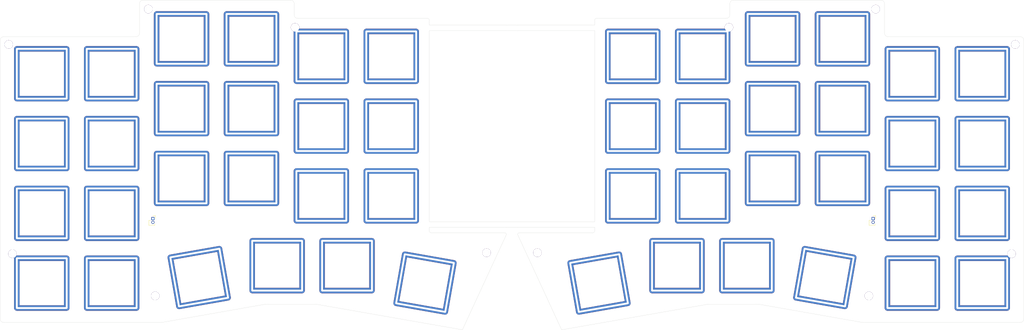
<source format=kicad_pcb>
(kicad_pcb (version 20171130) (host pcbnew "(5.1.7)-1")

  (general
    (thickness 1.6)
    (drawings 60)
    (tracks 0)
    (zones 0)
    (modules 62)
    (nets 1)
  )

  (page A3)
  (layers
    (0 F.Cu signal)
    (31 B.Cu signal)
    (32 B.Adhes user)
    (33 F.Adhes user)
    (34 B.Paste user)
    (35 F.Paste user)
    (36 B.SilkS user)
    (37 F.SilkS user)
    (38 B.Mask user)
    (39 F.Mask user)
    (40 Dwgs.User user)
    (41 Cmts.User user)
    (42 Eco1.User user)
    (43 Eco2.User user)
    (44 Edge.Cuts user)
    (45 Margin user)
    (46 B.CrtYd user)
    (47 F.CrtYd user)
    (48 B.Fab user)
    (49 F.Fab user)
  )

  (setup
    (last_trace_width 0.254)
    (user_trace_width 0.254)
    (user_trace_width 0.381)
    (trace_clearance 0.1778)
    (zone_clearance 0.35)
    (zone_45_only no)
    (trace_min 0)
    (via_size 0.8)
    (via_drill 0.4)
    (via_min_size 0.4)
    (via_min_drill 0.3)
    (uvia_size 0.3)
    (uvia_drill 0.1)
    (uvias_allowed no)
    (uvia_min_size 0.2)
    (uvia_min_drill 0.1)
    (edge_width 0.05)
    (segment_width 0.2)
    (pcb_text_width 0.3)
    (pcb_text_size 1.5 1.5)
    (mod_edge_width 0.12)
    (mod_text_size 1 1)
    (mod_text_width 0.15)
    (pad_size 0.889 1.1684)
    (pad_drill 0)
    (pad_to_mask_clearance 0.051)
    (solder_mask_min_width 0.25)
    (aux_axis_origin 95.2 95.2)
    (visible_elements 7FFFFFFF)
    (pcbplotparams
      (layerselection 0x01000_7ffffffe)
      (usegerberextensions false)
      (usegerberattributes false)
      (usegerberadvancedattributes false)
      (creategerberjobfile false)
      (excludeedgelayer true)
      (linewidth 0.100000)
      (plotframeref false)
      (viasonmask false)
      (mode 1)
      (useauxorigin false)
      (hpglpennumber 1)
      (hpglpenspeed 20)
      (hpglpendiameter 15.000000)
      (psnegative false)
      (psa4output false)
      (plotreference true)
      (plotvalue true)
      (plotinvisibletext false)
      (padsonsilk false)
      (subtractmaskfromsilk false)
      (outputformat 3)
      (mirror false)
      (drillshape 0)
      (scaleselection 1)
      (outputdirectory "./"))
  )

  (net 0 "")

  (net_class Default "これはデフォルトのネット クラスです。"
    (clearance 0.1778)
    (trace_width 0.254)
    (via_dia 0.8)
    (via_drill 0.4)
    (uvia_dia 0.3)
    (uvia_drill 0.1)
  )

  (net_class Power ""
    (clearance 0.1778)
    (trace_width 0.381)
    (via_dia 0.8)
    (via_drill 0.4)
    (uvia_dia 0.3)
    (uvia_drill 0.1)
  )

  (module Connector_PinSocket_1.00mm:PinSocket_1x02_P1.00mm_Vertical (layer F.Cu) (tedit 5A19A428) (tstamp 6091F57A)
    (at 337.95 152.15)
    (descr "Through hole straight socket strip, 1x02, 1.00mm pitch, single row (https://gct.co/files/drawings/bc065.pdf), script generated")
    (tags "Through hole socket strip THT 1x02 1.00mm single row")
    (fp_text reference "" (at -0.29 -2.25) (layer F.SilkS)
      (effects (font (size 1 1) (thickness 0.15)))
    )
    (fp_text value "" (at -0.29 3.25) (layer F.Fab)
      (effects (font (size 1 1) (thickness 0.15)))
    )
    (fp_line (start -1.04 -0.75) (end 0.085 -0.75) (layer F.Fab) (width 0.1))
    (fp_line (start 0.085 -0.75) (end 0.46 -0.375) (layer F.Fab) (width 0.1))
    (fp_line (start 0.46 -0.375) (end 0.46 1.75) (layer F.Fab) (width 0.1))
    (fp_line (start 0.46 1.75) (end -1.04 1.75) (layer F.Fab) (width 0.1))
    (fp_line (start -1.04 1.75) (end -1.04 -0.75) (layer F.Fab) (width 0.1))
    (fp_line (start -1.1 0.5) (end -0.685 0.5) (layer F.SilkS) (width 0.12))
    (fp_line (start -1.1 0.5) (end -1.1 1.81) (layer F.SilkS) (width 0.12))
    (fp_line (start -1.1 1.81) (end 0.52 1.81) (layer F.SilkS) (width 0.12))
    (fp_line (start 0.52 1.445898) (end 0.52 1.81) (layer F.SilkS) (width 0.12))
    (fp_line (start 0.685 -0.81) (end 0.685 0) (layer F.SilkS) (width 0.12))
    (fp_line (start 0 -0.81) (end 0.685 -0.81) (layer F.SilkS) (width 0.12))
    (fp_line (start -1.54 -1.25) (end 0.96 -1.25) (layer F.CrtYd) (width 0.05))
    (fp_line (start 0.96 -1.25) (end 0.96 2.25) (layer F.CrtYd) (width 0.05))
    (fp_line (start 0.96 2.25) (end -1.54 2.25) (layer F.CrtYd) (width 0.05))
    (fp_line (start -1.54 2.25) (end -1.54 -1.25) (layer F.CrtYd) (width 0.05))
    (fp_text user %R (at -0.29 0.5 90) (layer F.Fab)
      (effects (font (size 0.9 0.9) (thickness 0.14)))
    )
    (pad 1 thru_hole rect (at 0 0) (size 0.85 0.85) (drill 0.5) (layers *.Cu *.Mask))
    (pad 2 thru_hole oval (at 0 1) (size 0.85 0.85) (drill 0.5) (layers *.Cu *.Mask))
  )

  (module Connector_PinSocket_1.00mm:PinSocket_1x02_P1.00mm_Vertical (layer F.Cu) (tedit 5A19A428) (tstamp 6091F578)
    (at 141.65 152.15)
    (descr "Through hole straight socket strip, 1x02, 1.00mm pitch, single row (https://gct.co/files/drawings/bc065.pdf), script generated")
    (tags "Through hole socket strip THT 1x02 1.00mm single row")
    (fp_text reference "" (at -0.29 -2.25) (layer F.SilkS)
      (effects (font (size 1 1) (thickness 0.15)))
    )
    (fp_text value "" (at -0.29 3.25) (layer F.Fab)
      (effects (font (size 1 1) (thickness 0.15)))
    )
    (fp_line (start -1.54 2.25) (end -1.54 -1.25) (layer F.CrtYd) (width 0.05))
    (fp_line (start 0.96 2.25) (end -1.54 2.25) (layer F.CrtYd) (width 0.05))
    (fp_line (start 0.96 -1.25) (end 0.96 2.25) (layer F.CrtYd) (width 0.05))
    (fp_line (start -1.54 -1.25) (end 0.96 -1.25) (layer F.CrtYd) (width 0.05))
    (fp_line (start 0 -0.81) (end 0.685 -0.81) (layer F.SilkS) (width 0.12))
    (fp_line (start 0.685 -0.81) (end 0.685 0) (layer F.SilkS) (width 0.12))
    (fp_line (start 0.52 1.445898) (end 0.52 1.81) (layer F.SilkS) (width 0.12))
    (fp_line (start -1.1 1.81) (end 0.52 1.81) (layer F.SilkS) (width 0.12))
    (fp_line (start -1.1 0.5) (end -1.1 1.81) (layer F.SilkS) (width 0.12))
    (fp_line (start -1.1 0.5) (end -0.685 0.5) (layer F.SilkS) (width 0.12))
    (fp_line (start -1.04 1.75) (end -1.04 -0.75) (layer F.Fab) (width 0.1))
    (fp_line (start 0.46 1.75) (end -1.04 1.75) (layer F.Fab) (width 0.1))
    (fp_line (start 0.46 -0.375) (end 0.46 1.75) (layer F.Fab) (width 0.1))
    (fp_line (start 0.085 -0.75) (end 0.46 -0.375) (layer F.Fab) (width 0.1))
    (fp_line (start -1.04 -0.75) (end 0.085 -0.75) (layer F.Fab) (width 0.1))
    (fp_text user %R (at -0.29 0.5 90) (layer F.Fab)
      (effects (font (size 0.9 0.9) (thickness 0.14)))
    )
    (pad 2 thru_hole oval (at 0 1) (size 0.85 0.85) (drill 0.5) (layers *.Cu *.Mask))
    (pad 1 thru_hole rect (at 0 0) (size 0.85 0.85) (drill 0.5) (layers *.Cu *.Mask))
  )

  (module kbd:SW_Hole_TH (layer F.Cu) (tedit 5DC1A8B7) (tstamp 6091DC73)
    (at 263.24 169.7475 190)
    (fp_text reference SW2 (at 7 8.1 10) (layer F.SilkS) hide
      (effects (font (size 1 1) (thickness 0.15)))
    )
    (fp_text value KEY_SWITCH (at -7.4 -8.1 10) (layer F.Fab) hide
      (effects (font (size 1 1) (thickness 0.15)))
    )
    (fp_line (start 9.525 -9.525) (end -9.525 -9.525) (layer F.Fab) (width 0.15))
    (fp_line (start -9.525 -9.525) (end -9.525 9.525) (layer F.Fab) (width 0.15))
    (fp_line (start -9.525 9.525) (end 9.525 9.525) (layer F.Fab) (width 0.15))
    (fp_line (start 9.525 9.525) (end 9.525 -9.525) (layer F.Fab) (width 0.15))
    (pad 1 thru_hole oval (at 0 -6.8 280) (size 1.5 15) (drill oval 0.5 14) (layers *.Cu *.Mask))
    (pad 1 thru_hole oval (at 0 6.8 280) (size 1.5 15) (drill oval 0.5 14) (layers *.Cu *.Mask))
    (pad 1 thru_hole oval (at -6.8 0 190) (size 1.5 15) (drill oval 0.5 14) (layers *.Cu *.Mask))
    (pad 1 thru_hole oval (at 6.8 0 190) (size 1.5 15) (drill oval 0.5 14) (layers *.Cu *.Mask))
  )

  (module kbd:SW_Hole_TH (layer F.Cu) (tedit 5DC1A8B7) (tstamp 6091DC68)
    (at 284.49 164.9975 180)
    (fp_text reference SW2 (at 7 8.1) (layer F.SilkS) hide
      (effects (font (size 1 1) (thickness 0.15)))
    )
    (fp_text value KEY_SWITCH (at -7.4 -8.1) (layer F.Fab) hide
      (effects (font (size 1 1) (thickness 0.15)))
    )
    (fp_line (start 9.525 9.525) (end 9.525 -9.525) (layer F.Fab) (width 0.15))
    (fp_line (start -9.525 9.525) (end 9.525 9.525) (layer F.Fab) (width 0.15))
    (fp_line (start -9.525 -9.525) (end -9.525 9.525) (layer F.Fab) (width 0.15))
    (fp_line (start 9.525 -9.525) (end -9.525 -9.525) (layer F.Fab) (width 0.15))
    (pad 1 thru_hole oval (at 6.8 0 180) (size 1.5 15) (drill oval 0.5 14) (layers *.Cu *.Mask))
    (pad 1 thru_hole oval (at -6.8 0 180) (size 1.5 15) (drill oval 0.5 14) (layers *.Cu *.Mask))
    (pad 1 thru_hole oval (at 0 6.8 270) (size 1.5 15) (drill oval 0.5 14) (layers *.Cu *.Mask))
    (pad 1 thru_hole oval (at 0 -6.8 270) (size 1.5 15) (drill oval 0.5 14) (layers *.Cu *.Mask))
  )

  (module kbd:SW_Hole_TH (layer B.Cu) (tedit 5DC1A8B7) (tstamp 6091DC5D)
    (at 303.54 164.9975 180)
    (fp_text reference SW2 (at 7 -8.1) (layer B.SilkS) hide
      (effects (font (size 1 1) (thickness 0.15)) (justify mirror))
    )
    (fp_text value KEY_SWITCH (at -7.4 8.1) (layer B.Fab) hide
      (effects (font (size 1 1) (thickness 0.15)) (justify mirror))
    )
    (fp_line (start 9.525 -9.525) (end 9.525 9.525) (layer B.Fab) (width 0.15))
    (fp_line (start -9.525 -9.525) (end 9.525 -9.525) (layer B.Fab) (width 0.15))
    (fp_line (start -9.525 9.525) (end -9.525 -9.525) (layer B.Fab) (width 0.15))
    (fp_line (start 9.525 9.525) (end -9.525 9.525) (layer B.Fab) (width 0.15))
    (pad 1 thru_hole oval (at 6.8 0 180) (size 1.5 15) (drill oval 0.5 14) (layers *.Cu *.Mask))
    (pad 1 thru_hole oval (at -6.8 0 180) (size 1.5 15) (drill oval 0.5 14) (layers *.Cu *.Mask))
    (pad 1 thru_hole oval (at 0 -6.8 90) (size 1.5 15) (drill oval 0.5 14) (layers *.Cu *.Mask))
    (pad 1 thru_hole oval (at 0 6.8 90) (size 1.5 15) (drill oval 0.5 14) (layers *.Cu *.Mask))
  )

  (module kbd:SW_Hole_TH (layer F.Cu) (tedit 5DC1A8B7) (tstamp 6091DC52)
    (at 324.78 168.2375 170)
    (fp_text reference SW2 (at 7 8.100002 170) (layer F.SilkS) hide
      (effects (font (size 1 1) (thickness 0.15)))
    )
    (fp_text value KEY_SWITCH (at -7.4 -8.1 170) (layer F.Fab) hide
      (effects (font (size 1 1) (thickness 0.15)))
    )
    (fp_line (start 9.525 -9.525) (end -9.525 -9.525) (layer F.Fab) (width 0.15))
    (fp_line (start -9.525 -9.525) (end -9.525 9.525) (layer F.Fab) (width 0.15))
    (fp_line (start -9.525 9.525) (end 9.525 9.525) (layer F.Fab) (width 0.15))
    (fp_line (start 9.525 9.525) (end 9.525 -9.525) (layer F.Fab) (width 0.15))
    (pad 1 thru_hole oval (at 0 -6.8 260) (size 1.5 15) (drill oval 0.5 14) (layers *.Cu *.Mask))
    (pad 1 thru_hole oval (at 0 6.8 260) (size 1.5 15) (drill oval 0.5 14) (layers *.Cu *.Mask))
    (pad 1 thru_hole oval (at -6.8 0 170) (size 1.5 15) (drill oval 0.5 14) (layers *.Cu *.Mask))
    (pad 1 thru_hole oval (at 6.8 0 170) (size 1.5 15) (drill oval 0.5 14) (layers *.Cu *.Mask))
  )

  (module kbd:SW_Hole_TH (layer F.Cu) (tedit 5DC1A8B7) (tstamp 6091DC47)
    (at 272.44 126.8975 180)
    (fp_text reference SW2 (at 7 8.1) (layer F.SilkS) hide
      (effects (font (size 1 1) (thickness 0.15)))
    )
    (fp_text value KEY_SWITCH (at -7.4 -8.1) (layer F.Fab) hide
      (effects (font (size 1 1) (thickness 0.15)))
    )
    (fp_line (start 9.525 9.525) (end 9.525 -9.525) (layer F.Fab) (width 0.15))
    (fp_line (start -9.525 9.525) (end 9.525 9.525) (layer F.Fab) (width 0.15))
    (fp_line (start -9.525 -9.525) (end -9.525 9.525) (layer F.Fab) (width 0.15))
    (fp_line (start 9.525 -9.525) (end -9.525 -9.525) (layer F.Fab) (width 0.15))
    (pad 1 thru_hole oval (at 6.8 0 180) (size 1.5 15) (drill oval 0.5 14) (layers *.Cu *.Mask))
    (pad 1 thru_hole oval (at -6.8 0 180) (size 1.5 15) (drill oval 0.5 14) (layers *.Cu *.Mask))
    (pad 1 thru_hole oval (at 0 6.8 270) (size 1.5 15) (drill oval 0.5 14) (layers *.Cu *.Mask))
    (pad 1 thru_hole oval (at 0 -6.8 270) (size 1.5 15) (drill oval 0.5 14) (layers *.Cu *.Mask))
  )

  (module kbd:SW_Hole_TH (layer F.Cu) (tedit 5DC1A8B7) (tstamp 6091DC3C)
    (at 272.44 145.9475 180)
    (fp_text reference SW2 (at 7 8.1) (layer F.SilkS) hide
      (effects (font (size 1 1) (thickness 0.15)))
    )
    (fp_text value KEY_SWITCH (at -7.4 -8.1) (layer F.Fab) hide
      (effects (font (size 1 1) (thickness 0.15)))
    )
    (fp_line (start 9.525 -9.525) (end -9.525 -9.525) (layer F.Fab) (width 0.15))
    (fp_line (start -9.525 -9.525) (end -9.525 9.525) (layer F.Fab) (width 0.15))
    (fp_line (start -9.525 9.525) (end 9.525 9.525) (layer F.Fab) (width 0.15))
    (fp_line (start 9.525 9.525) (end 9.525 -9.525) (layer F.Fab) (width 0.15))
    (pad 1 thru_hole oval (at 0 -6.8 270) (size 1.5 15) (drill oval 0.5 14) (layers *.Cu *.Mask))
    (pad 1 thru_hole oval (at 0 6.8 270) (size 1.5 15) (drill oval 0.5 14) (layers *.Cu *.Mask))
    (pad 1 thru_hole oval (at -6.8 0 180) (size 1.5 15) (drill oval 0.5 14) (layers *.Cu *.Mask))
    (pad 1 thru_hole oval (at 6.8 0 180) (size 1.5 15) (drill oval 0.5 14) (layers *.Cu *.Mask))
  )

  (module kbd:SW_Hole_TH (layer F.Cu) (tedit 5DC1A8B7) (tstamp 6091DC31)
    (at 291.49 107.8475 180)
    (fp_text reference SW2 (at 7 8.1) (layer F.SilkS) hide
      (effects (font (size 1 1) (thickness 0.15)))
    )
    (fp_text value KEY_SWITCH (at -7.4 -8.1) (layer F.Fab) hide
      (effects (font (size 1 1) (thickness 0.15)))
    )
    (fp_line (start 9.525 9.525) (end 9.525 -9.525) (layer F.Fab) (width 0.15))
    (fp_line (start -9.525 9.525) (end 9.525 9.525) (layer F.Fab) (width 0.15))
    (fp_line (start -9.525 -9.525) (end -9.525 9.525) (layer F.Fab) (width 0.15))
    (fp_line (start 9.525 -9.525) (end -9.525 -9.525) (layer F.Fab) (width 0.15))
    (pad 1 thru_hole oval (at 6.8 0 180) (size 1.5 15) (drill oval 0.5 14) (layers *.Cu *.Mask))
    (pad 1 thru_hole oval (at -6.8 0 180) (size 1.5 15) (drill oval 0.5 14) (layers *.Cu *.Mask))
    (pad 1 thru_hole oval (at 0 6.8 270) (size 1.5 15) (drill oval 0.5 14) (layers *.Cu *.Mask))
    (pad 1 thru_hole oval (at 0 -6.8 270) (size 1.5 15) (drill oval 0.5 14) (layers *.Cu *.Mask))
  )

  (module kbd:SW_Hole_TH (layer F.Cu) (tedit 5DC1A8B7) (tstamp 6091DC26)
    (at 291.49 145.9475 180)
    (fp_text reference SW2 (at 7 8.1) (layer F.SilkS) hide
      (effects (font (size 1 1) (thickness 0.15)))
    )
    (fp_text value KEY_SWITCH (at -7.4 -8.1) (layer F.Fab) hide
      (effects (font (size 1 1) (thickness 0.15)))
    )
    (fp_line (start 9.525 -9.525) (end -9.525 -9.525) (layer F.Fab) (width 0.15))
    (fp_line (start -9.525 -9.525) (end -9.525 9.525) (layer F.Fab) (width 0.15))
    (fp_line (start -9.525 9.525) (end 9.525 9.525) (layer F.Fab) (width 0.15))
    (fp_line (start 9.525 9.525) (end 9.525 -9.525) (layer F.Fab) (width 0.15))
    (pad 1 thru_hole oval (at 0 -6.8 270) (size 1.5 15) (drill oval 0.5 14) (layers *.Cu *.Mask))
    (pad 1 thru_hole oval (at 0 6.8 270) (size 1.5 15) (drill oval 0.5 14) (layers *.Cu *.Mask))
    (pad 1 thru_hole oval (at -6.8 0 180) (size 1.5 15) (drill oval 0.5 14) (layers *.Cu *.Mask))
    (pad 1 thru_hole oval (at 6.8 0 180) (size 1.5 15) (drill oval 0.5 14) (layers *.Cu *.Mask))
  )

  (module kbd:SW_Hole_TH (layer F.Cu) (tedit 5DC1A8B7) (tstamp 6091DC1B)
    (at 272.44 107.8475 180)
    (fp_text reference SW2 (at 7 8.1) (layer F.SilkS) hide
      (effects (font (size 1 1) (thickness 0.15)))
    )
    (fp_text value KEY_SWITCH (at -7.4 -8.1) (layer F.Fab) hide
      (effects (font (size 1 1) (thickness 0.15)))
    )
    (fp_line (start 9.525 9.525) (end 9.525 -9.525) (layer F.Fab) (width 0.15))
    (fp_line (start -9.525 9.525) (end 9.525 9.525) (layer F.Fab) (width 0.15))
    (fp_line (start -9.525 -9.525) (end -9.525 9.525) (layer F.Fab) (width 0.15))
    (fp_line (start 9.525 -9.525) (end -9.525 -9.525) (layer F.Fab) (width 0.15))
    (pad 1 thru_hole oval (at 6.8 0 180) (size 1.5 15) (drill oval 0.5 14) (layers *.Cu *.Mask))
    (pad 1 thru_hole oval (at -6.8 0 180) (size 1.5 15) (drill oval 0.5 14) (layers *.Cu *.Mask))
    (pad 1 thru_hole oval (at 0 6.8 270) (size 1.5 15) (drill oval 0.5 14) (layers *.Cu *.Mask))
    (pad 1 thru_hole oval (at 0 -6.8 270) (size 1.5 15) (drill oval 0.5 14) (layers *.Cu *.Mask))
  )

  (module kbd:SW_Hole_TH (layer F.Cu) (tedit 5DC1A8B7) (tstamp 6091DC10)
    (at 291.49 126.8975 180)
    (fp_text reference SW2 (at 7 8.1) (layer F.SilkS) hide
      (effects (font (size 1 1) (thickness 0.15)))
    )
    (fp_text value KEY_SWITCH (at -7.4 -8.1) (layer F.Fab) hide
      (effects (font (size 1 1) (thickness 0.15)))
    )
    (fp_line (start 9.525 -9.525) (end -9.525 -9.525) (layer F.Fab) (width 0.15))
    (fp_line (start -9.525 -9.525) (end -9.525 9.525) (layer F.Fab) (width 0.15))
    (fp_line (start -9.525 9.525) (end 9.525 9.525) (layer F.Fab) (width 0.15))
    (fp_line (start 9.525 9.525) (end 9.525 -9.525) (layer F.Fab) (width 0.15))
    (pad 1 thru_hole oval (at 0 -6.8 270) (size 1.5 15) (drill oval 0.5 14) (layers *.Cu *.Mask))
    (pad 1 thru_hole oval (at 0 6.8 270) (size 1.5 15) (drill oval 0.5 14) (layers *.Cu *.Mask))
    (pad 1 thru_hole oval (at -6.8 0 180) (size 1.5 15) (drill oval 0.5 14) (layers *.Cu *.Mask))
    (pad 1 thru_hole oval (at 6.8 0 180) (size 1.5 15) (drill oval 0.5 14) (layers *.Cu *.Mask))
  )

  (module kbd:SW_Hole_TH (layer F.Cu) (tedit 5DC1A8B7) (tstamp 6091DC05)
    (at 310.54 122.135 180)
    (fp_text reference SW2 (at 7 8.1) (layer F.SilkS) hide
      (effects (font (size 1 1) (thickness 0.15)))
    )
    (fp_text value KEY_SWITCH (at -7.4 -8.1) (layer F.Fab) hide
      (effects (font (size 1 1) (thickness 0.15)))
    )
    (fp_line (start 9.525 -9.525) (end -9.525 -9.525) (layer F.Fab) (width 0.15))
    (fp_line (start -9.525 -9.525) (end -9.525 9.525) (layer F.Fab) (width 0.15))
    (fp_line (start -9.525 9.525) (end 9.525 9.525) (layer F.Fab) (width 0.15))
    (fp_line (start 9.525 9.525) (end 9.525 -9.525) (layer F.Fab) (width 0.15))
    (pad 1 thru_hole oval (at 0 -6.8 270) (size 1.5 15) (drill oval 0.5 14) (layers *.Cu *.Mask))
    (pad 1 thru_hole oval (at 0 6.8 270) (size 1.5 15) (drill oval 0.5 14) (layers *.Cu *.Mask))
    (pad 1 thru_hole oval (at -6.8 0 180) (size 1.5 15) (drill oval 0.5 14) (layers *.Cu *.Mask))
    (pad 1 thru_hole oval (at 6.8 0 180) (size 1.5 15) (drill oval 0.5 14) (layers *.Cu *.Mask))
  )

  (module kbd:SW_Hole_TH (layer F.Cu) (tedit 5DC1A8B7) (tstamp 6091DBFA)
    (at 310.54 141.185 180)
    (fp_text reference SW2 (at 7 8.1) (layer F.SilkS) hide
      (effects (font (size 1 1) (thickness 0.15)))
    )
    (fp_text value KEY_SWITCH (at -7.4 -8.1) (layer F.Fab) hide
      (effects (font (size 1 1) (thickness 0.15)))
    )
    (fp_line (start 9.525 9.525) (end 9.525 -9.525) (layer F.Fab) (width 0.15))
    (fp_line (start -9.525 9.525) (end 9.525 9.525) (layer F.Fab) (width 0.15))
    (fp_line (start -9.525 -9.525) (end -9.525 9.525) (layer F.Fab) (width 0.15))
    (fp_line (start 9.525 -9.525) (end -9.525 -9.525) (layer F.Fab) (width 0.15))
    (pad 1 thru_hole oval (at 6.8 0 180) (size 1.5 15) (drill oval 0.5 14) (layers *.Cu *.Mask))
    (pad 1 thru_hole oval (at -6.8 0 180) (size 1.5 15) (drill oval 0.5 14) (layers *.Cu *.Mask))
    (pad 1 thru_hole oval (at 0 6.8 270) (size 1.5 15) (drill oval 0.5 14) (layers *.Cu *.Mask))
    (pad 1 thru_hole oval (at 0 -6.8 270) (size 1.5 15) (drill oval 0.5 14) (layers *.Cu *.Mask))
  )

  (module kbd:SW_Hole_TH (layer F.Cu) (tedit 5DC1A8B7) (tstamp 6091DBEF)
    (at 348.64 169.76 180)
    (fp_text reference SW2 (at 7 8.1) (layer F.SilkS) hide
      (effects (font (size 1 1) (thickness 0.15)))
    )
    (fp_text value KEY_SWITCH (at -7.4 -8.1) (layer F.Fab) hide
      (effects (font (size 1 1) (thickness 0.15)))
    )
    (fp_line (start 9.525 -9.525) (end -9.525 -9.525) (layer F.Fab) (width 0.15))
    (fp_line (start -9.525 -9.525) (end -9.525 9.525) (layer F.Fab) (width 0.15))
    (fp_line (start -9.525 9.525) (end 9.525 9.525) (layer F.Fab) (width 0.15))
    (fp_line (start 9.525 9.525) (end 9.525 -9.525) (layer F.Fab) (width 0.15))
    (pad 1 thru_hole oval (at 0 -6.8 270) (size 1.5 15) (drill oval 0.5 14) (layers *.Cu *.Mask))
    (pad 1 thru_hole oval (at 0 6.8 270) (size 1.5 15) (drill oval 0.5 14) (layers *.Cu *.Mask))
    (pad 1 thru_hole oval (at -6.8 0 180) (size 1.5 15) (drill oval 0.5 14) (layers *.Cu *.Mask))
    (pad 1 thru_hole oval (at 6.8 0 180) (size 1.5 15) (drill oval 0.5 14) (layers *.Cu *.Mask))
  )

  (module kbd:SW_Hole_TH (layer F.Cu) (tedit 5DC1A8B7) (tstamp 6091DBE4)
    (at 367.69 112.61 180)
    (fp_text reference SW2 (at 7 8.1) (layer F.SilkS) hide
      (effects (font (size 1 1) (thickness 0.15)))
    )
    (fp_text value KEY_SWITCH (at -7.4 -8.1) (layer F.Fab) hide
      (effects (font (size 1 1) (thickness 0.15)))
    )
    (fp_line (start 9.525 9.525) (end 9.525 -9.525) (layer F.Fab) (width 0.15))
    (fp_line (start -9.525 9.525) (end 9.525 9.525) (layer F.Fab) (width 0.15))
    (fp_line (start -9.525 -9.525) (end -9.525 9.525) (layer F.Fab) (width 0.15))
    (fp_line (start 9.525 -9.525) (end -9.525 -9.525) (layer F.Fab) (width 0.15))
    (pad 1 thru_hole oval (at 6.8 0 180) (size 1.5 15) (drill oval 0.5 14) (layers *.Cu *.Mask))
    (pad 1 thru_hole oval (at -6.8 0 180) (size 1.5 15) (drill oval 0.5 14) (layers *.Cu *.Mask))
    (pad 1 thru_hole oval (at 0 6.8 270) (size 1.5 15) (drill oval 0.5 14) (layers *.Cu *.Mask))
    (pad 1 thru_hole oval (at 0 -6.8 270) (size 1.5 15) (drill oval 0.5 14) (layers *.Cu *.Mask))
  )

  (module kbd:SW_Hole_TH (layer F.Cu) (tedit 5DC1A8B7) (tstamp 6091DBD9)
    (at 329.59 103.085 180)
    (fp_text reference SW2 (at 7 8.1) (layer F.SilkS) hide
      (effects (font (size 1 1) (thickness 0.15)))
    )
    (fp_text value KEY_SWITCH (at -7.4 -8.1) (layer F.Fab) hide
      (effects (font (size 1 1) (thickness 0.15)))
    )
    (fp_line (start 9.525 9.525) (end 9.525 -9.525) (layer F.Fab) (width 0.15))
    (fp_line (start -9.525 9.525) (end 9.525 9.525) (layer F.Fab) (width 0.15))
    (fp_line (start -9.525 -9.525) (end -9.525 9.525) (layer F.Fab) (width 0.15))
    (fp_line (start 9.525 -9.525) (end -9.525 -9.525) (layer F.Fab) (width 0.15))
    (pad 1 thru_hole oval (at 6.8 0 180) (size 1.5 15) (drill oval 0.5 14) (layers *.Cu *.Mask))
    (pad 1 thru_hole oval (at -6.8 0 180) (size 1.5 15) (drill oval 0.5 14) (layers *.Cu *.Mask))
    (pad 1 thru_hole oval (at 0 6.8 270) (size 1.5 15) (drill oval 0.5 14) (layers *.Cu *.Mask))
    (pad 1 thru_hole oval (at 0 -6.8 270) (size 1.5 15) (drill oval 0.5 14) (layers *.Cu *.Mask))
  )

  (module kbd:SW_Hole_TH (layer F.Cu) (tedit 5DC1A8B7) (tstamp 6091DBCE)
    (at 348.64 131.66 180)
    (fp_text reference SW2 (at 7 8.1) (layer F.SilkS) hide
      (effects (font (size 1 1) (thickness 0.15)))
    )
    (fp_text value KEY_SWITCH (at -7.4 -8.1) (layer F.Fab) hide
      (effects (font (size 1 1) (thickness 0.15)))
    )
    (fp_line (start 9.525 9.525) (end 9.525 -9.525) (layer F.Fab) (width 0.15))
    (fp_line (start -9.525 9.525) (end 9.525 9.525) (layer F.Fab) (width 0.15))
    (fp_line (start -9.525 -9.525) (end -9.525 9.525) (layer F.Fab) (width 0.15))
    (fp_line (start 9.525 -9.525) (end -9.525 -9.525) (layer F.Fab) (width 0.15))
    (pad 1 thru_hole oval (at 6.8 0 180) (size 1.5 15) (drill oval 0.5 14) (layers *.Cu *.Mask))
    (pad 1 thru_hole oval (at -6.8 0 180) (size 1.5 15) (drill oval 0.5 14) (layers *.Cu *.Mask))
    (pad 1 thru_hole oval (at 0 6.8 270) (size 1.5 15) (drill oval 0.5 14) (layers *.Cu *.Mask))
    (pad 1 thru_hole oval (at 0 -6.8 270) (size 1.5 15) (drill oval 0.5 14) (layers *.Cu *.Mask))
  )

  (module kbd:SW_Hole_TH (layer F.Cu) (tedit 5DC1A8B7) (tstamp 6091DBC3)
    (at 367.69 169.76 180)
    (fp_text reference SW2 (at 7 8.1) (layer F.SilkS) hide
      (effects (font (size 1 1) (thickness 0.15)))
    )
    (fp_text value KEY_SWITCH (at -7.4 -8.1) (layer F.Fab) hide
      (effects (font (size 1 1) (thickness 0.15)))
    )
    (fp_line (start 9.525 9.525) (end 9.525 -9.525) (layer F.Fab) (width 0.15))
    (fp_line (start -9.525 9.525) (end 9.525 9.525) (layer F.Fab) (width 0.15))
    (fp_line (start -9.525 -9.525) (end -9.525 9.525) (layer F.Fab) (width 0.15))
    (fp_line (start 9.525 -9.525) (end -9.525 -9.525) (layer F.Fab) (width 0.15))
    (pad 1 thru_hole oval (at 6.8 0 180) (size 1.5 15) (drill oval 0.5 14) (layers *.Cu *.Mask))
    (pad 1 thru_hole oval (at -6.8 0 180) (size 1.5 15) (drill oval 0.5 14) (layers *.Cu *.Mask))
    (pad 1 thru_hole oval (at 0 6.8 270) (size 1.5 15) (drill oval 0.5 14) (layers *.Cu *.Mask))
    (pad 1 thru_hole oval (at 0 -6.8 270) (size 1.5 15) (drill oval 0.5 14) (layers *.Cu *.Mask))
  )

  (module kbd:SW_Hole_TH (layer F.Cu) (tedit 5DC1A8B7) (tstamp 6091DBB8)
    (at 348.64 150.71 180)
    (fp_text reference SW2 (at 7 8.1) (layer F.SilkS) hide
      (effects (font (size 1 1) (thickness 0.15)))
    )
    (fp_text value KEY_SWITCH (at -7.4 -8.1) (layer F.Fab) hide
      (effects (font (size 1 1) (thickness 0.15)))
    )
    (fp_line (start 9.525 -9.525) (end -9.525 -9.525) (layer F.Fab) (width 0.15))
    (fp_line (start -9.525 -9.525) (end -9.525 9.525) (layer F.Fab) (width 0.15))
    (fp_line (start -9.525 9.525) (end 9.525 9.525) (layer F.Fab) (width 0.15))
    (fp_line (start 9.525 9.525) (end 9.525 -9.525) (layer F.Fab) (width 0.15))
    (pad 1 thru_hole oval (at 0 -6.8 270) (size 1.5 15) (drill oval 0.5 14) (layers *.Cu *.Mask))
    (pad 1 thru_hole oval (at 0 6.8 270) (size 1.5 15) (drill oval 0.5 14) (layers *.Cu *.Mask))
    (pad 1 thru_hole oval (at -6.8 0 180) (size 1.5 15) (drill oval 0.5 14) (layers *.Cu *.Mask))
    (pad 1 thru_hole oval (at 6.8 0 180) (size 1.5 15) (drill oval 0.5 14) (layers *.Cu *.Mask))
  )

  (module kbd:SW_Hole_TH (layer F.Cu) (tedit 5DC1A8B7) (tstamp 6091DBAD)
    (at 348.64 112.61 180)
    (fp_text reference SW2 (at 7 8.1) (layer F.SilkS) hide
      (effects (font (size 1 1) (thickness 0.15)))
    )
    (fp_text value KEY_SWITCH (at -7.4 -8.1) (layer F.Fab) hide
      (effects (font (size 1 1) (thickness 0.15)))
    )
    (fp_line (start 9.525 -9.525) (end -9.525 -9.525) (layer F.Fab) (width 0.15))
    (fp_line (start -9.525 -9.525) (end -9.525 9.525) (layer F.Fab) (width 0.15))
    (fp_line (start -9.525 9.525) (end 9.525 9.525) (layer F.Fab) (width 0.15))
    (fp_line (start 9.525 9.525) (end 9.525 -9.525) (layer F.Fab) (width 0.15))
    (pad 1 thru_hole oval (at 0 -6.8 270) (size 1.5 15) (drill oval 0.5 14) (layers *.Cu *.Mask))
    (pad 1 thru_hole oval (at 0 6.8 270) (size 1.5 15) (drill oval 0.5 14) (layers *.Cu *.Mask))
    (pad 1 thru_hole oval (at -6.8 0 180) (size 1.5 15) (drill oval 0.5 14) (layers *.Cu *.Mask))
    (pad 1 thru_hole oval (at 6.8 0 180) (size 1.5 15) (drill oval 0.5 14) (layers *.Cu *.Mask))
  )

  (module kbd:SW_Hole_TH (layer F.Cu) (tedit 5DC1A8B7) (tstamp 6091DBA2)
    (at 367.69 150.71 180)
    (fp_text reference SW2 (at 7 8.1) (layer F.SilkS) hide
      (effects (font (size 1 1) (thickness 0.15)))
    )
    (fp_text value KEY_SWITCH (at -7.4 -8.1) (layer F.Fab) hide
      (effects (font (size 1 1) (thickness 0.15)))
    )
    (fp_line (start 9.525 9.525) (end 9.525 -9.525) (layer F.Fab) (width 0.15))
    (fp_line (start -9.525 9.525) (end 9.525 9.525) (layer F.Fab) (width 0.15))
    (fp_line (start -9.525 -9.525) (end -9.525 9.525) (layer F.Fab) (width 0.15))
    (fp_line (start 9.525 -9.525) (end -9.525 -9.525) (layer F.Fab) (width 0.15))
    (pad 1 thru_hole oval (at 6.8 0 180) (size 1.5 15) (drill oval 0.5 14) (layers *.Cu *.Mask))
    (pad 1 thru_hole oval (at -6.8 0 180) (size 1.5 15) (drill oval 0.5 14) (layers *.Cu *.Mask))
    (pad 1 thru_hole oval (at 0 6.8 270) (size 1.5 15) (drill oval 0.5 14) (layers *.Cu *.Mask))
    (pad 1 thru_hole oval (at 0 -6.8 270) (size 1.5 15) (drill oval 0.5 14) (layers *.Cu *.Mask))
  )

  (module kbd:SW_Hole_TH (layer F.Cu) (tedit 5DC1A8B7) (tstamp 6091DB97)
    (at 367.69 131.66 180)
    (fp_text reference SW2 (at 7 8.1) (layer F.SilkS) hide
      (effects (font (size 1 1) (thickness 0.15)))
    )
    (fp_text value KEY_SWITCH (at -7.4 -8.1) (layer F.Fab) hide
      (effects (font (size 1 1) (thickness 0.15)))
    )
    (fp_line (start 9.525 -9.525) (end -9.525 -9.525) (layer F.Fab) (width 0.15))
    (fp_line (start -9.525 -9.525) (end -9.525 9.525) (layer F.Fab) (width 0.15))
    (fp_line (start -9.525 9.525) (end 9.525 9.525) (layer F.Fab) (width 0.15))
    (fp_line (start 9.525 9.525) (end 9.525 -9.525) (layer F.Fab) (width 0.15))
    (pad 1 thru_hole oval (at 0 -6.8 270) (size 1.5 15) (drill oval 0.5 14) (layers *.Cu *.Mask))
    (pad 1 thru_hole oval (at 0 6.8 270) (size 1.5 15) (drill oval 0.5 14) (layers *.Cu *.Mask))
    (pad 1 thru_hole oval (at -6.8 0 180) (size 1.5 15) (drill oval 0.5 14) (layers *.Cu *.Mask))
    (pad 1 thru_hole oval (at 6.8 0 180) (size 1.5 15) (drill oval 0.5 14) (layers *.Cu *.Mask))
  )

  (module kbd:SW_Hole_TH (layer F.Cu) (tedit 5DC1A8B7) (tstamp 6091DB8C)
    (at 329.59 141.185 180)
    (fp_text reference SW2 (at 7 8.1) (layer F.SilkS) hide
      (effects (font (size 1 1) (thickness 0.15)))
    )
    (fp_text value KEY_SWITCH (at -7.4 -8.1) (layer F.Fab) hide
      (effects (font (size 1 1) (thickness 0.15)))
    )
    (fp_line (start 9.525 9.525) (end 9.525 -9.525) (layer F.Fab) (width 0.15))
    (fp_line (start -9.525 9.525) (end 9.525 9.525) (layer F.Fab) (width 0.15))
    (fp_line (start -9.525 -9.525) (end -9.525 9.525) (layer F.Fab) (width 0.15))
    (fp_line (start 9.525 -9.525) (end -9.525 -9.525) (layer F.Fab) (width 0.15))
    (pad 1 thru_hole oval (at 6.8 0 180) (size 1.5 15) (drill oval 0.5 14) (layers *.Cu *.Mask))
    (pad 1 thru_hole oval (at -6.8 0 180) (size 1.5 15) (drill oval 0.5 14) (layers *.Cu *.Mask))
    (pad 1 thru_hole oval (at 0 6.8 270) (size 1.5 15) (drill oval 0.5 14) (layers *.Cu *.Mask))
    (pad 1 thru_hole oval (at 0 -6.8 270) (size 1.5 15) (drill oval 0.5 14) (layers *.Cu *.Mask))
  )

  (module kbd:SW_Hole_TH (layer F.Cu) (tedit 5DC1A8B7) (tstamp 6091DB81)
    (at 310.54 103.085 180)
    (fp_text reference SW2 (at 7 8.1) (layer F.SilkS) hide
      (effects (font (size 1 1) (thickness 0.15)))
    )
    (fp_text value KEY_SWITCH (at -7.4 -8.1) (layer F.Fab) hide
      (effects (font (size 1 1) (thickness 0.15)))
    )
    (fp_line (start 9.525 -9.525) (end -9.525 -9.525) (layer F.Fab) (width 0.15))
    (fp_line (start -9.525 -9.525) (end -9.525 9.525) (layer F.Fab) (width 0.15))
    (fp_line (start -9.525 9.525) (end 9.525 9.525) (layer F.Fab) (width 0.15))
    (fp_line (start 9.525 9.525) (end 9.525 -9.525) (layer F.Fab) (width 0.15))
    (pad 1 thru_hole oval (at 0 -6.8 270) (size 1.5 15) (drill oval 0.5 14) (layers *.Cu *.Mask))
    (pad 1 thru_hole oval (at 0 6.8 270) (size 1.5 15) (drill oval 0.5 14) (layers *.Cu *.Mask))
    (pad 1 thru_hole oval (at -6.8 0 180) (size 1.5 15) (drill oval 0.5 14) (layers *.Cu *.Mask))
    (pad 1 thru_hole oval (at 6.8 0 180) (size 1.5 15) (drill oval 0.5 14) (layers *.Cu *.Mask))
  )

  (module kbd:SW_Hole_TH (layer F.Cu) (tedit 5DC1A8B7) (tstamp 6091DB76)
    (at 329.59 122.135 180)
    (fp_text reference SW2 (at 7 8.1) (layer F.SilkS) hide
      (effects (font (size 1 1) (thickness 0.15)))
    )
    (fp_text value KEY_SWITCH (at -7.4 -8.1) (layer F.Fab) hide
      (effects (font (size 1 1) (thickness 0.15)))
    )
    (fp_line (start 9.525 9.525) (end 9.525 -9.525) (layer F.Fab) (width 0.15))
    (fp_line (start -9.525 9.525) (end 9.525 9.525) (layer F.Fab) (width 0.15))
    (fp_line (start -9.525 -9.525) (end -9.525 9.525) (layer F.Fab) (width 0.15))
    (fp_line (start 9.525 -9.525) (end -9.525 -9.525) (layer F.Fab) (width 0.15))
    (pad 1 thru_hole oval (at 6.8 0 180) (size 1.5 15) (drill oval 0.5 14) (layers *.Cu *.Mask))
    (pad 1 thru_hole oval (at -6.8 0 180) (size 1.5 15) (drill oval 0.5 14) (layers *.Cu *.Mask))
    (pad 1 thru_hole oval (at 0 6.8 270) (size 1.5 15) (drill oval 0.5 14) (layers *.Cu *.Mask))
    (pad 1 thru_hole oval (at 0 -6.8 270) (size 1.5 15) (drill oval 0.5 14) (layers *.Cu *.Mask))
  )

  (module kbd:SW_Hole_TH (layer F.Cu) (tedit 5DC1A8B7) (tstamp 6091D612)
    (at 154.27 168.2375 10)
    (fp_text reference SW2 (at 7 8.1 10) (layer F.SilkS) hide
      (effects (font (size 1 1) (thickness 0.15)))
    )
    (fp_text value KEY_SWITCH (at -7.4 -8.1 10) (layer F.Fab) hide
      (effects (font (size 1 1) (thickness 0.15)))
    )
    (fp_line (start 9.525 9.525) (end 9.525 -9.525) (layer F.Fab) (width 0.15))
    (fp_line (start -9.525 9.525) (end 9.525 9.525) (layer F.Fab) (width 0.15))
    (fp_line (start -9.525 -9.525) (end -9.525 9.525) (layer F.Fab) (width 0.15))
    (fp_line (start 9.525 -9.525) (end -9.525 -9.525) (layer F.Fab) (width 0.15))
    (pad 1 thru_hole oval (at 6.8 0 10) (size 1.5 15) (drill oval 0.5 14) (layers *.Cu *.Mask))
    (pad 1 thru_hole oval (at -6.8 0 10) (size 1.5 15) (drill oval 0.5 14) (layers *.Cu *.Mask))
    (pad 1 thru_hole oval (at 0 6.8 100) (size 1.5 15) (drill oval 0.5 14) (layers *.Cu *.Mask))
    (pad 1 thru_hole oval (at 0 -6.8 100) (size 1.5 15) (drill oval 0.5 14) (layers *.Cu *.Mask))
  )

  (module kbd:SW_Hole_TH (layer F.Cu) (tedit 5DC1A8B7) (tstamp 6091D589)
    (at 215.81 169.7475 350)
    (fp_text reference SW2 (at 7 8.1 170) (layer F.SilkS) hide
      (effects (font (size 1 1) (thickness 0.15)))
    )
    (fp_text value KEY_SWITCH (at -7.4 -8.1 170) (layer F.Fab) hide
      (effects (font (size 1 1) (thickness 0.15)))
    )
    (fp_line (start 9.525 9.525) (end 9.525 -9.525) (layer F.Fab) (width 0.15))
    (fp_line (start -9.525 9.525) (end 9.525 9.525) (layer F.Fab) (width 0.15))
    (fp_line (start -9.525 -9.525) (end -9.525 9.525) (layer F.Fab) (width 0.15))
    (fp_line (start 9.525 -9.525) (end -9.525 -9.525) (layer F.Fab) (width 0.15))
    (pad 1 thru_hole oval (at 6.8 0 350) (size 1.5 15) (drill oval 0.5 14) (layers *.Cu *.Mask))
    (pad 1 thru_hole oval (at -6.8 0 350) (size 1.5 15) (drill oval 0.5 14) (layers *.Cu *.Mask))
    (pad 1 thru_hole oval (at 0 6.8 80) (size 1.5 15) (drill oval 0.5 14) (layers *.Cu *.Mask))
    (pad 1 thru_hole oval (at 0 -6.8 80) (size 1.5 15) (drill oval 0.5 14) (layers *.Cu *.Mask))
  )

  (module kbd:SW_Hole_TH (layer F.Cu) (tedit 5DC1A8B7) (tstamp 6091D463)
    (at 194.56 164.9975)
    (fp_text reference SW2 (at 7 8.1) (layer F.SilkS) hide
      (effects (font (size 1 1) (thickness 0.15)))
    )
    (fp_text value KEY_SWITCH (at -7.4 -8.1) (layer F.Fab) hide
      (effects (font (size 1 1) (thickness 0.15)))
    )
    (fp_line (start 9.525 -9.525) (end -9.525 -9.525) (layer F.Fab) (width 0.15))
    (fp_line (start -9.525 -9.525) (end -9.525 9.525) (layer F.Fab) (width 0.15))
    (fp_line (start -9.525 9.525) (end 9.525 9.525) (layer F.Fab) (width 0.15))
    (fp_line (start 9.525 9.525) (end 9.525 -9.525) (layer F.Fab) (width 0.15))
    (pad 1 thru_hole oval (at 0 -6.8 90) (size 1.5 15) (drill oval 0.5 14) (layers *.Cu *.Mask))
    (pad 1 thru_hole oval (at 0 6.8 90) (size 1.5 15) (drill oval 0.5 14) (layers *.Cu *.Mask))
    (pad 1 thru_hole oval (at -6.8 0) (size 1.5 15) (drill oval 0.5 14) (layers *.Cu *.Mask))
    (pad 1 thru_hole oval (at 6.8 0) (size 1.5 15) (drill oval 0.5 14) (layers *.Cu *.Mask))
  )

  (module kbd:SW_Hole_TH (layer F.Cu) (tedit 5DC1A8B7) (tstamp 6091D458)
    (at 175.51 164.9975)
    (fp_text reference SW2 (at 7 8.1) (layer F.SilkS) hide
      (effects (font (size 1 1) (thickness 0.15)))
    )
    (fp_text value KEY_SWITCH (at -7.4 -8.1) (layer F.Fab) hide
      (effects (font (size 1 1) (thickness 0.15)))
    )
    (fp_line (start 9.525 -9.525) (end -9.525 -9.525) (layer F.Fab) (width 0.15))
    (fp_line (start -9.525 -9.525) (end -9.525 9.525) (layer F.Fab) (width 0.15))
    (fp_line (start -9.525 9.525) (end 9.525 9.525) (layer F.Fab) (width 0.15))
    (fp_line (start 9.525 9.525) (end 9.525 -9.525) (layer F.Fab) (width 0.15))
    (pad 1 thru_hole oval (at 0 -6.8 90) (size 1.5 15) (drill oval 0.5 14) (layers *.Cu *.Mask))
    (pad 1 thru_hole oval (at 0 6.8 90) (size 1.5 15) (drill oval 0.5 14) (layers *.Cu *.Mask))
    (pad 1 thru_hole oval (at -6.8 0) (size 1.5 15) (drill oval 0.5 14) (layers *.Cu *.Mask))
    (pad 1 thru_hole oval (at 6.8 0) (size 1.5 15) (drill oval 0.5 14) (layers *.Cu *.Mask))
  )

  (module kbd:SW_Hole_TH (layer F.Cu) (tedit 5DC1A8B7) (tstamp 6091CDC3)
    (at 168.51 141.185)
    (fp_text reference SW2 (at 7 8.1) (layer F.SilkS) hide
      (effects (font (size 1 1) (thickness 0.15)))
    )
    (fp_text value KEY_SWITCH (at -7.4 -8.1) (layer F.Fab) hide
      (effects (font (size 1 1) (thickness 0.15)))
    )
    (fp_line (start 9.525 -9.525) (end -9.525 -9.525) (layer F.Fab) (width 0.15))
    (fp_line (start -9.525 -9.525) (end -9.525 9.525) (layer F.Fab) (width 0.15))
    (fp_line (start -9.525 9.525) (end 9.525 9.525) (layer F.Fab) (width 0.15))
    (fp_line (start 9.525 9.525) (end 9.525 -9.525) (layer F.Fab) (width 0.15))
    (pad 1 thru_hole oval (at 0 -6.8 90) (size 1.5 15) (drill oval 0.5 14) (layers *.Cu *.Mask))
    (pad 1 thru_hole oval (at 0 6.8 90) (size 1.5 15) (drill oval 0.5 14) (layers *.Cu *.Mask))
    (pad 1 thru_hole oval (at -6.8 0) (size 1.5 15) (drill oval 0.5 14) (layers *.Cu *.Mask))
    (pad 1 thru_hole oval (at 6.8 0) (size 1.5 15) (drill oval 0.5 14) (layers *.Cu *.Mask))
  )

  (module kbd:SW_Hole_TH (layer F.Cu) (tedit 5DC1A8B7) (tstamp 6091CF18)
    (at 206.61 107.8475)
    (fp_text reference SW2 (at 7 8.1) (layer F.SilkS) hide
      (effects (font (size 1 1) (thickness 0.15)))
    )
    (fp_text value KEY_SWITCH (at -7.4 -8.1) (layer F.Fab) hide
      (effects (font (size 1 1) (thickness 0.15)))
    )
    (fp_line (start 9.525 -9.525) (end -9.525 -9.525) (layer F.Fab) (width 0.15))
    (fp_line (start -9.525 -9.525) (end -9.525 9.525) (layer F.Fab) (width 0.15))
    (fp_line (start -9.525 9.525) (end 9.525 9.525) (layer F.Fab) (width 0.15))
    (fp_line (start 9.525 9.525) (end 9.525 -9.525) (layer F.Fab) (width 0.15))
    (pad 1 thru_hole oval (at 0 -6.8 90) (size 1.5 15) (drill oval 0.5 14) (layers *.Cu *.Mask))
    (pad 1 thru_hole oval (at 0 6.8 90) (size 1.5 15) (drill oval 0.5 14) (layers *.Cu *.Mask))
    (pad 1 thru_hole oval (at -6.8 0) (size 1.5 15) (drill oval 0.5 14) (layers *.Cu *.Mask))
    (pad 1 thru_hole oval (at 6.8 0) (size 1.5 15) (drill oval 0.5 14) (layers *.Cu *.Mask))
  )

  (module kbd:SW_Hole_TH (layer F.Cu) (tedit 5DC1A8B7) (tstamp 6091CF5A)
    (at 206.61 126.8975)
    (fp_text reference SW2 (at 7 8.1) (layer F.SilkS) hide
      (effects (font (size 1 1) (thickness 0.15)))
    )
    (fp_text value KEY_SWITCH (at -7.4 -8.1) (layer F.Fab) hide
      (effects (font (size 1 1) (thickness 0.15)))
    )
    (fp_line (start 9.525 -9.525) (end -9.525 -9.525) (layer F.Fab) (width 0.15))
    (fp_line (start -9.525 -9.525) (end -9.525 9.525) (layer F.Fab) (width 0.15))
    (fp_line (start -9.525 9.525) (end 9.525 9.525) (layer F.Fab) (width 0.15))
    (fp_line (start 9.525 9.525) (end 9.525 -9.525) (layer F.Fab) (width 0.15))
    (pad 1 thru_hole oval (at 0 -6.8 90) (size 1.5 15) (drill oval 0.5 14) (layers *.Cu *.Mask))
    (pad 1 thru_hole oval (at 0 6.8 90) (size 1.5 15) (drill oval 0.5 14) (layers *.Cu *.Mask))
    (pad 1 thru_hole oval (at -6.8 0) (size 1.5 15) (drill oval 0.5 14) (layers *.Cu *.Mask))
    (pad 1 thru_hole oval (at 6.8 0) (size 1.5 15) (drill oval 0.5 14) (layers *.Cu *.Mask))
  )

  (module kbd:SW_Hole_TH (layer F.Cu) (tedit 5DC1A8B7) (tstamp 6091CF4F)
    (at 206.61 145.9475)
    (fp_text reference SW2 (at 7 8.1) (layer F.SilkS) hide
      (effects (font (size 1 1) (thickness 0.15)))
    )
    (fp_text value KEY_SWITCH (at -7.4 -8.1) (layer F.Fab) hide
      (effects (font (size 1 1) (thickness 0.15)))
    )
    (fp_line (start 9.525 9.525) (end 9.525 -9.525) (layer F.Fab) (width 0.15))
    (fp_line (start -9.525 9.525) (end 9.525 9.525) (layer F.Fab) (width 0.15))
    (fp_line (start -9.525 -9.525) (end -9.525 9.525) (layer F.Fab) (width 0.15))
    (fp_line (start 9.525 -9.525) (end -9.525 -9.525) (layer F.Fab) (width 0.15))
    (pad 1 thru_hole oval (at 6.8 0) (size 1.5 15) (drill oval 0.5 14) (layers *.Cu *.Mask))
    (pad 1 thru_hole oval (at -6.8 0) (size 1.5 15) (drill oval 0.5 14) (layers *.Cu *.Mask))
    (pad 1 thru_hole oval (at 0 6.8 90) (size 1.5 15) (drill oval 0.5 14) (layers *.Cu *.Mask))
    (pad 1 thru_hole oval (at 0 -6.8 90) (size 1.5 15) (drill oval 0.5 14) (layers *.Cu *.Mask))
  )

  (module kbd:SW_Hole_TH (layer F.Cu) (tedit 5DC1A8B7) (tstamp 6091CF2E)
    (at 187.56 107.8475)
    (fp_text reference SW2 (at 7 8.1) (layer F.SilkS) hide
      (effects (font (size 1 1) (thickness 0.15)))
    )
    (fp_text value KEY_SWITCH (at -7.4 -8.1) (layer F.Fab) hide
      (effects (font (size 1 1) (thickness 0.15)))
    )
    (fp_line (start 9.525 -9.525) (end -9.525 -9.525) (layer F.Fab) (width 0.15))
    (fp_line (start -9.525 -9.525) (end -9.525 9.525) (layer F.Fab) (width 0.15))
    (fp_line (start -9.525 9.525) (end 9.525 9.525) (layer F.Fab) (width 0.15))
    (fp_line (start 9.525 9.525) (end 9.525 -9.525) (layer F.Fab) (width 0.15))
    (pad 1 thru_hole oval (at 0 -6.8 90) (size 1.5 15) (drill oval 0.5 14) (layers *.Cu *.Mask))
    (pad 1 thru_hole oval (at 0 6.8 90) (size 1.5 15) (drill oval 0.5 14) (layers *.Cu *.Mask))
    (pad 1 thru_hole oval (at -6.8 0) (size 1.5 15) (drill oval 0.5 14) (layers *.Cu *.Mask))
    (pad 1 thru_hole oval (at 6.8 0) (size 1.5 15) (drill oval 0.5 14) (layers *.Cu *.Mask))
  )

  (module kbd:SW_Hole_TH (layer F.Cu) (tedit 5DC1A8B7) (tstamp 6091CF23)
    (at 187.56 145.9475)
    (fp_text reference SW2 (at 7 8.1) (layer F.SilkS) hide
      (effects (font (size 1 1) (thickness 0.15)))
    )
    (fp_text value KEY_SWITCH (at -7.4 -8.1) (layer F.Fab) hide
      (effects (font (size 1 1) (thickness 0.15)))
    )
    (fp_line (start 9.525 9.525) (end 9.525 -9.525) (layer F.Fab) (width 0.15))
    (fp_line (start -9.525 9.525) (end 9.525 9.525) (layer F.Fab) (width 0.15))
    (fp_line (start -9.525 -9.525) (end -9.525 9.525) (layer F.Fab) (width 0.15))
    (fp_line (start 9.525 -9.525) (end -9.525 -9.525) (layer F.Fab) (width 0.15))
    (pad 1 thru_hole oval (at 6.8 0) (size 1.5 15) (drill oval 0.5 14) (layers *.Cu *.Mask))
    (pad 1 thru_hole oval (at -6.8 0) (size 1.5 15) (drill oval 0.5 14) (layers *.Cu *.Mask))
    (pad 1 thru_hole oval (at 0 6.8 90) (size 1.5 15) (drill oval 0.5 14) (layers *.Cu *.Mask))
    (pad 1 thru_hole oval (at 0 -6.8 90) (size 1.5 15) (drill oval 0.5 14) (layers *.Cu *.Mask))
  )

  (module kbd:SW_Hole_TH (layer F.Cu) (tedit 5DC1A8B7) (tstamp 6091CF0D)
    (at 187.56 126.8975)
    (fp_text reference SW2 (at 7 8.1) (layer F.SilkS) hide
      (effects (font (size 1 1) (thickness 0.15)))
    )
    (fp_text value KEY_SWITCH (at -7.4 -8.1) (layer F.Fab) hide
      (effects (font (size 1 1) (thickness 0.15)))
    )
    (fp_line (start 9.525 9.525) (end 9.525 -9.525) (layer F.Fab) (width 0.15))
    (fp_line (start -9.525 9.525) (end 9.525 9.525) (layer F.Fab) (width 0.15))
    (fp_line (start -9.525 -9.525) (end -9.525 9.525) (layer F.Fab) (width 0.15))
    (fp_line (start 9.525 -9.525) (end -9.525 -9.525) (layer F.Fab) (width 0.15))
    (pad 1 thru_hole oval (at 6.8 0) (size 1.5 15) (drill oval 0.5 14) (layers *.Cu *.Mask))
    (pad 1 thru_hole oval (at -6.8 0) (size 1.5 15) (drill oval 0.5 14) (layers *.Cu *.Mask))
    (pad 1 thru_hole oval (at 0 6.8 90) (size 1.5 15) (drill oval 0.5 14) (layers *.Cu *.Mask))
    (pad 1 thru_hole oval (at 0 -6.8 90) (size 1.5 15) (drill oval 0.5 14) (layers *.Cu *.Mask))
  )

  (module kbd:SW_Hole_TH (layer F.Cu) (tedit 5DC1A8B7) (tstamp 6091CDCE)
    (at 168.51 122.135)
    (fp_text reference SW2 (at 7 8.1) (layer F.SilkS) hide
      (effects (font (size 1 1) (thickness 0.15)))
    )
    (fp_text value KEY_SWITCH (at -7.4 -8.1) (layer F.Fab) hide
      (effects (font (size 1 1) (thickness 0.15)))
    )
    (fp_line (start 9.525 9.525) (end 9.525 -9.525) (layer F.Fab) (width 0.15))
    (fp_line (start -9.525 9.525) (end 9.525 9.525) (layer F.Fab) (width 0.15))
    (fp_line (start -9.525 -9.525) (end -9.525 9.525) (layer F.Fab) (width 0.15))
    (fp_line (start 9.525 -9.525) (end -9.525 -9.525) (layer F.Fab) (width 0.15))
    (pad 1 thru_hole oval (at 6.8 0) (size 1.5 15) (drill oval 0.5 14) (layers *.Cu *.Mask))
    (pad 1 thru_hole oval (at -6.8 0) (size 1.5 15) (drill oval 0.5 14) (layers *.Cu *.Mask))
    (pad 1 thru_hole oval (at 0 6.8 90) (size 1.5 15) (drill oval 0.5 14) (layers *.Cu *.Mask))
    (pad 1 thru_hole oval (at 0 -6.8 90) (size 1.5 15) (drill oval 0.5 14) (layers *.Cu *.Mask))
  )

  (module kbd:SW_Hole_TH (layer F.Cu) (tedit 5DC1A8B7) (tstamp 6091CDA2)
    (at 149.46 103.085)
    (fp_text reference SW2 (at 7 8.1) (layer F.SilkS) hide
      (effects (font (size 1 1) (thickness 0.15)))
    )
    (fp_text value KEY_SWITCH (at -7.4 -8.1) (layer F.Fab) hide
      (effects (font (size 1 1) (thickness 0.15)))
    )
    (fp_line (start 9.525 -9.525) (end -9.525 -9.525) (layer F.Fab) (width 0.15))
    (fp_line (start -9.525 -9.525) (end -9.525 9.525) (layer F.Fab) (width 0.15))
    (fp_line (start -9.525 9.525) (end 9.525 9.525) (layer F.Fab) (width 0.15))
    (fp_line (start 9.525 9.525) (end 9.525 -9.525) (layer F.Fab) (width 0.15))
    (pad 1 thru_hole oval (at 0 -6.8 90) (size 1.5 15) (drill oval 0.5 14) (layers *.Cu *.Mask))
    (pad 1 thru_hole oval (at 0 6.8 90) (size 1.5 15) (drill oval 0.5 14) (layers *.Cu *.Mask))
    (pad 1 thru_hole oval (at -6.8 0) (size 1.5 15) (drill oval 0.5 14) (layers *.Cu *.Mask))
    (pad 1 thru_hole oval (at 6.8 0) (size 1.5 15) (drill oval 0.5 14) (layers *.Cu *.Mask))
  )

  (module kbd:SW_Hole_TH (layer F.Cu) (tedit 5DC1A8B7) (tstamp 6091CD97)
    (at 149.46 122.135)
    (fp_text reference SW2 (at 7 8.1) (layer F.SilkS) hide
      (effects (font (size 1 1) (thickness 0.15)))
    )
    (fp_text value KEY_SWITCH (at -7.4 -8.1) (layer F.Fab) hide
      (effects (font (size 1 1) (thickness 0.15)))
    )
    (fp_line (start 9.525 -9.525) (end -9.525 -9.525) (layer F.Fab) (width 0.15))
    (fp_line (start -9.525 -9.525) (end -9.525 9.525) (layer F.Fab) (width 0.15))
    (fp_line (start -9.525 9.525) (end 9.525 9.525) (layer F.Fab) (width 0.15))
    (fp_line (start 9.525 9.525) (end 9.525 -9.525) (layer F.Fab) (width 0.15))
    (pad 1 thru_hole oval (at 0 -6.8 90) (size 1.5 15) (drill oval 0.5 14) (layers *.Cu *.Mask))
    (pad 1 thru_hole oval (at 0 6.8 90) (size 1.5 15) (drill oval 0.5 14) (layers *.Cu *.Mask))
    (pad 1 thru_hole oval (at -6.8 0) (size 1.5 15) (drill oval 0.5 14) (layers *.Cu *.Mask))
    (pad 1 thru_hole oval (at 6.8 0) (size 1.5 15) (drill oval 0.5 14) (layers *.Cu *.Mask))
  )

  (module kbd:SW_Hole_TH (layer F.Cu) (tedit 5DC1A8B7) (tstamp 6091CD8C)
    (at 149.46 141.185)
    (fp_text reference SW2 (at 7 8.1) (layer F.SilkS) hide
      (effects (font (size 1 1) (thickness 0.15)))
    )
    (fp_text value KEY_SWITCH (at -7.4 -8.1) (layer F.Fab) hide
      (effects (font (size 1 1) (thickness 0.15)))
    )
    (fp_line (start 9.525 -9.525) (end -9.525 -9.525) (layer F.Fab) (width 0.15))
    (fp_line (start -9.525 -9.525) (end -9.525 9.525) (layer F.Fab) (width 0.15))
    (fp_line (start -9.525 9.525) (end 9.525 9.525) (layer F.Fab) (width 0.15))
    (fp_line (start 9.525 9.525) (end 9.525 -9.525) (layer F.Fab) (width 0.15))
    (pad 1 thru_hole oval (at 0 -6.8 90) (size 1.5 15) (drill oval 0.5 14) (layers *.Cu *.Mask))
    (pad 1 thru_hole oval (at 0 6.8 90) (size 1.5 15) (drill oval 0.5 14) (layers *.Cu *.Mask))
    (pad 1 thru_hole oval (at -6.8 0) (size 1.5 15) (drill oval 0.5 14) (layers *.Cu *.Mask))
    (pad 1 thru_hole oval (at 6.8 0) (size 1.5 15) (drill oval 0.5 14) (layers *.Cu *.Mask))
  )

  (module kbd:SW_Hole_TH (layer F.Cu) (tedit 5DC1A8B7) (tstamp 6091CD81)
    (at 168.51 103.085)
    (fp_text reference SW2 (at 7 8.1) (layer F.SilkS) hide
      (effects (font (size 1 1) (thickness 0.15)))
    )
    (fp_text value KEY_SWITCH (at -7.4 -8.1) (layer F.Fab) hide
      (effects (font (size 1 1) (thickness 0.15)))
    )
    (fp_line (start 9.525 9.525) (end 9.525 -9.525) (layer F.Fab) (width 0.15))
    (fp_line (start -9.525 9.525) (end 9.525 9.525) (layer F.Fab) (width 0.15))
    (fp_line (start -9.525 -9.525) (end -9.525 9.525) (layer F.Fab) (width 0.15))
    (fp_line (start 9.525 -9.525) (end -9.525 -9.525) (layer F.Fab) (width 0.15))
    (pad 1 thru_hole oval (at 6.8 0) (size 1.5 15) (drill oval 0.5 14) (layers *.Cu *.Mask))
    (pad 1 thru_hole oval (at -6.8 0) (size 1.5 15) (drill oval 0.5 14) (layers *.Cu *.Mask))
    (pad 1 thru_hole oval (at 0 6.8 90) (size 1.5 15) (drill oval 0.5 14) (layers *.Cu *.Mask))
    (pad 1 thru_hole oval (at 0 -6.8 90) (size 1.5 15) (drill oval 0.5 14) (layers *.Cu *.Mask))
  )

  (module kbd:SW_Hole_TH (layer F.Cu) (tedit 5DC1A8B7) (tstamp 6091CCA4)
    (at 130.41 169.76)
    (fp_text reference SW2 (at 7 8.1) (layer F.SilkS) hide
      (effects (font (size 1 1) (thickness 0.15)))
    )
    (fp_text value KEY_SWITCH (at -7.4 -8.1) (layer F.Fab) hide
      (effects (font (size 1 1) (thickness 0.15)))
    )
    (fp_line (start 9.525 9.525) (end 9.525 -9.525) (layer F.Fab) (width 0.15))
    (fp_line (start -9.525 9.525) (end 9.525 9.525) (layer F.Fab) (width 0.15))
    (fp_line (start -9.525 -9.525) (end -9.525 9.525) (layer F.Fab) (width 0.15))
    (fp_line (start 9.525 -9.525) (end -9.525 -9.525) (layer F.Fab) (width 0.15))
    (pad 1 thru_hole oval (at 6.8 0) (size 1.5 15) (drill oval 0.5 14) (layers *.Cu *.Mask))
    (pad 1 thru_hole oval (at -6.8 0) (size 1.5 15) (drill oval 0.5 14) (layers *.Cu *.Mask))
    (pad 1 thru_hole oval (at 0 6.8 90) (size 1.5 15) (drill oval 0.5 14) (layers *.Cu *.Mask))
    (pad 1 thru_hole oval (at 0 -6.8 90) (size 1.5 15) (drill oval 0.5 14) (layers *.Cu *.Mask))
  )

  (module kbd:SW_Hole_TH (layer F.Cu) (tedit 5DC1A8B7) (tstamp 6091CC8E)
    (at 111.36 150.71)
    (fp_text reference SW2 (at 7 8.1) (layer F.SilkS) hide
      (effects (font (size 1 1) (thickness 0.15)))
    )
    (fp_text value KEY_SWITCH (at -7.4 -8.1) (layer F.Fab) hide
      (effects (font (size 1 1) (thickness 0.15)))
    )
    (fp_line (start 9.525 -9.525) (end -9.525 -9.525) (layer F.Fab) (width 0.15))
    (fp_line (start -9.525 -9.525) (end -9.525 9.525) (layer F.Fab) (width 0.15))
    (fp_line (start -9.525 9.525) (end 9.525 9.525) (layer F.Fab) (width 0.15))
    (fp_line (start 9.525 9.525) (end 9.525 -9.525) (layer F.Fab) (width 0.15))
    (pad 1 thru_hole oval (at 0 -6.8 90) (size 1.5 15) (drill oval 0.5 14) (layers *.Cu *.Mask))
    (pad 1 thru_hole oval (at 0 6.8 90) (size 1.5 15) (drill oval 0.5 14) (layers *.Cu *.Mask))
    (pad 1 thru_hole oval (at -6.8 0) (size 1.5 15) (drill oval 0.5 14) (layers *.Cu *.Mask))
    (pad 1 thru_hole oval (at 6.8 0) (size 1.5 15) (drill oval 0.5 14) (layers *.Cu *.Mask))
  )

  (module kbd:SW_Hole_TH (layer F.Cu) (tedit 5DC1A8B7) (tstamp 6091CC83)
    (at 111.36 169.76)
    (fp_text reference SW2 (at 7 8.1) (layer F.SilkS) hide
      (effects (font (size 1 1) (thickness 0.15)))
    )
    (fp_text value KEY_SWITCH (at -7.4 -8.1) (layer F.Fab) hide
      (effects (font (size 1 1) (thickness 0.15)))
    )
    (fp_line (start 9.525 -9.525) (end -9.525 -9.525) (layer F.Fab) (width 0.15))
    (fp_line (start -9.525 -9.525) (end -9.525 9.525) (layer F.Fab) (width 0.15))
    (fp_line (start -9.525 9.525) (end 9.525 9.525) (layer F.Fab) (width 0.15))
    (fp_line (start 9.525 9.525) (end 9.525 -9.525) (layer F.Fab) (width 0.15))
    (pad 1 thru_hole oval (at 0 -6.8 90) (size 1.5 15) (drill oval 0.5 14) (layers *.Cu *.Mask))
    (pad 1 thru_hole oval (at 0 6.8 90) (size 1.5 15) (drill oval 0.5 14) (layers *.Cu *.Mask))
    (pad 1 thru_hole oval (at -6.8 0) (size 1.5 15) (drill oval 0.5 14) (layers *.Cu *.Mask))
    (pad 1 thru_hole oval (at 6.8 0) (size 1.5 15) (drill oval 0.5 14) (layers *.Cu *.Mask))
  )

  (module kbd:SW_Hole_TH (layer F.Cu) (tedit 5DC1A8B7) (tstamp 6091CC78)
    (at 130.41 150.71)
    (fp_text reference SW2 (at 7 8.1) (layer F.SilkS) hide
      (effects (font (size 1 1) (thickness 0.15)))
    )
    (fp_text value KEY_SWITCH (at -7.4 -8.1) (layer F.Fab) hide
      (effects (font (size 1 1) (thickness 0.15)))
    )
    (fp_line (start 9.525 9.525) (end 9.525 -9.525) (layer F.Fab) (width 0.15))
    (fp_line (start -9.525 9.525) (end 9.525 9.525) (layer F.Fab) (width 0.15))
    (fp_line (start -9.525 -9.525) (end -9.525 9.525) (layer F.Fab) (width 0.15))
    (fp_line (start 9.525 -9.525) (end -9.525 -9.525) (layer F.Fab) (width 0.15))
    (pad 1 thru_hole oval (at 6.8 0) (size 1.5 15) (drill oval 0.5 14) (layers *.Cu *.Mask))
    (pad 1 thru_hole oval (at -6.8 0) (size 1.5 15) (drill oval 0.5 14) (layers *.Cu *.Mask))
    (pad 1 thru_hole oval (at 0 6.8 90) (size 1.5 15) (drill oval 0.5 14) (layers *.Cu *.Mask))
    (pad 1 thru_hole oval (at 0 -6.8 90) (size 1.5 15) (drill oval 0.5 14) (layers *.Cu *.Mask))
  )

  (module kbd:SW_Hole_TH (layer F.Cu) (tedit 5DC1A8B7) (tstamp 6091CB09)
    (at 111.36 131.66)
    (fp_text reference SW2 (at 7 8.1) (layer F.SilkS) hide
      (effects (font (size 1 1) (thickness 0.15)))
    )
    (fp_text value KEY_SWITCH (at -7.4 -8.1) (layer F.Fab) hide
      (effects (font (size 1 1) (thickness 0.15)))
    )
    (fp_line (start 9.525 9.525) (end 9.525 -9.525) (layer F.Fab) (width 0.15))
    (fp_line (start -9.525 9.525) (end 9.525 9.525) (layer F.Fab) (width 0.15))
    (fp_line (start -9.525 -9.525) (end -9.525 9.525) (layer F.Fab) (width 0.15))
    (fp_line (start 9.525 -9.525) (end -9.525 -9.525) (layer F.Fab) (width 0.15))
    (pad 1 thru_hole oval (at 6.8 0) (size 1.5 15) (drill oval 0.5 14) (layers *.Cu *.Mask))
    (pad 1 thru_hole oval (at -6.8 0) (size 1.5 15) (drill oval 0.5 14) (layers *.Cu *.Mask))
    (pad 1 thru_hole oval (at 0 6.8 90) (size 1.5 15) (drill oval 0.5 14) (layers *.Cu *.Mask))
    (pad 1 thru_hole oval (at 0 -6.8 90) (size 1.5 15) (drill oval 0.5 14) (layers *.Cu *.Mask))
  )

  (module kbd:SW_Hole_TH (layer F.Cu) (tedit 5DC1A8B7) (tstamp 6091CAFE)
    (at 130.41 131.66)
    (fp_text reference SW2 (at 7 8.1) (layer F.SilkS) hide
      (effects (font (size 1 1) (thickness 0.15)))
    )
    (fp_text value KEY_SWITCH (at -7.4 -8.1) (layer F.Fab) hide
      (effects (font (size 1 1) (thickness 0.15)))
    )
    (fp_line (start 9.525 -9.525) (end -9.525 -9.525) (layer F.Fab) (width 0.15))
    (fp_line (start -9.525 -9.525) (end -9.525 9.525) (layer F.Fab) (width 0.15))
    (fp_line (start -9.525 9.525) (end 9.525 9.525) (layer F.Fab) (width 0.15))
    (fp_line (start 9.525 9.525) (end 9.525 -9.525) (layer F.Fab) (width 0.15))
    (pad 1 thru_hole oval (at 0 -6.8 90) (size 1.5 15) (drill oval 0.5 14) (layers *.Cu *.Mask))
    (pad 1 thru_hole oval (at 0 6.8 90) (size 1.5 15) (drill oval 0.5 14) (layers *.Cu *.Mask))
    (pad 1 thru_hole oval (at -6.8 0) (size 1.5 15) (drill oval 0.5 14) (layers *.Cu *.Mask))
    (pad 1 thru_hole oval (at 6.8 0) (size 1.5 15) (drill oval 0.5 14) (layers *.Cu *.Mask))
  )

  (module kbd:SW_Hole_TH (layer F.Cu) (tedit 5DC1A8B7) (tstamp 6091C816)
    (at 130.41 112.61)
    (fp_text reference SW2 (at 7 8.1) (layer F.SilkS) hide
      (effects (font (size 1 1) (thickness 0.15)))
    )
    (fp_text value KEY_SWITCH (at -7.4 -8.1) (layer F.Fab) hide
      (effects (font (size 1 1) (thickness 0.15)))
    )
    (fp_line (start 9.525 9.525) (end 9.525 -9.525) (layer F.Fab) (width 0.15))
    (fp_line (start -9.525 9.525) (end 9.525 9.525) (layer F.Fab) (width 0.15))
    (fp_line (start -9.525 -9.525) (end -9.525 9.525) (layer F.Fab) (width 0.15))
    (fp_line (start 9.525 -9.525) (end -9.525 -9.525) (layer F.Fab) (width 0.15))
    (pad 1 thru_hole oval (at 6.8 0) (size 1.5 15) (drill oval 0.5 14) (layers *.Cu *.Mask))
    (pad 1 thru_hole oval (at -6.8 0) (size 1.5 15) (drill oval 0.5 14) (layers *.Cu *.Mask))
    (pad 1 thru_hole oval (at 0 6.8 90) (size 1.5 15) (drill oval 0.5 14) (layers *.Cu *.Mask))
    (pad 1 thru_hole oval (at 0 -6.8 90) (size 1.5 15) (drill oval 0.5 14) (layers *.Cu *.Mask))
  )

  (module kbd:SW_Hole_TH (layer F.Cu) (tedit 5DC1A8B7) (tstamp 6091C22A)
    (at 111.36 112.61)
    (fp_text reference SW2 (at 7 8.1) (layer F.SilkS) hide
      (effects (font (size 1 1) (thickness 0.15)))
    )
    (fp_text value KEY_SWITCH (at -7.4 -8.1) (layer F.Fab) hide
      (effects (font (size 1 1) (thickness 0.15)))
    )
    (fp_line (start 9.525 -9.525) (end -9.525 -9.525) (layer F.Fab) (width 0.15))
    (fp_line (start -9.525 -9.525) (end -9.525 9.525) (layer F.Fab) (width 0.15))
    (fp_line (start -9.525 9.525) (end 9.525 9.525) (layer F.Fab) (width 0.15))
    (fp_line (start 9.525 9.525) (end 9.525 -9.525) (layer F.Fab) (width 0.15))
    (pad 1 thru_hole oval (at 0 -6.8 90) (size 1.5 15) (drill oval 0.5 14) (layers *.Cu *.Mask))
    (pad 1 thru_hole oval (at 0 6.8 90) (size 1.5 15) (drill oval 0.5 14) (layers *.Cu *.Mask))
    (pad 1 thru_hole oval (at -6.8 0) (size 1.5 15) (drill oval 0.5 14) (layers *.Cu *.Mask))
    (pad 1 thru_hole oval (at 6.8 0) (size 1.5 15) (drill oval 0.5 14) (layers *.Cu *.Mask))
  )

  (module kbd:M2_Threads_v2 (layer F.Cu) (tedit 5F7666D2) (tstamp 60919522)
    (at 375.69 161.76)
    (descr "Mounting Hole 2.2mm, no annular, M2")
    (tags "mounting hole 2.2mm no annular m2")
    (attr virtual)
    (fp_text reference Ref** (at -0.95 -0.55) (layer F.Fab) hide
      (effects (font (size 1 1) (thickness 0.15)))
    )
    (fp_text value Val** (at 0 0.55) (layer F.Fab) hide
      (effects (font (size 1 1) (thickness 0.15)))
    )
    (pad "" thru_hole circle (at 0 0) (size 2.3 2.3) (drill 2.3) (layers *.Cu *.Mask))
  )

  (module kbd:M2_Threads_v2 (layer F.Cu) (tedit 5F7666D2) (tstamp 6091951E)
    (at 376.69 104.61)
    (descr "Mounting Hole 2.2mm, no annular, M2")
    (tags "mounting hole 2.2mm no annular m2")
    (attr virtual)
    (fp_text reference Ref** (at -0.95 -0.55) (layer F.Fab) hide
      (effects (font (size 1 1) (thickness 0.15)))
    )
    (fp_text value Val** (at 0 0.55) (layer F.Fab) hide
      (effects (font (size 1 1) (thickness 0.15)))
    )
    (pad "" thru_hole circle (at 0 0) (size 2.3 2.3) (drill 2.3) (layers *.Cu *.Mask))
  )

  (module kbd:M2_Threads_v2 (layer F.Cu) (tedit 5F7666D2) (tstamp 6091951A)
    (at 338.65 94.95)
    (descr "Mounting Hole 2.2mm, no annular, M2")
    (tags "mounting hole 2.2mm no annular m2")
    (attr virtual)
    (fp_text reference Ref** (at -0.95 -0.55) (layer F.Fab) hide
      (effects (font (size 1 1) (thickness 0.15)))
    )
    (fp_text value Val** (at 0 0.55) (layer F.Fab) hide
      (effects (font (size 1 1) (thickness 0.15)))
    )
    (pad "" thru_hole circle (at 0 0) (size 2.3 2.3) (drill 2.3) (layers *.Cu *.Mask))
  )

  (module kbd:M2_Threads_v2 (layer F.Cu) (tedit 5F7666D2) (tstamp 60918E7E)
    (at 232.6 161.45)
    (descr "Mounting Hole 2.2mm, no annular, M2")
    (tags "mounting hole 2.2mm no annular m2")
    (attr virtual)
    (fp_text reference Ref** (at -0.95 -0.55) (layer F.Fab) hide
      (effects (font (size 1 1) (thickness 0.15)))
    )
    (fp_text value Val** (at 0 0.55) (layer F.Fab) hide
      (effects (font (size 1 1) (thickness 0.15)))
    )
    (pad "" thru_hole circle (at 0 0) (size 2.3 2.3) (drill 2.3) (layers *.Cu *.Mask))
  )

  (module kbd:M2_Threads_v2 (layer F.Cu) (tedit 5F7666D2) (tstamp 60918E7A)
    (at 142.27 173.24)
    (descr "Mounting Hole 2.2mm, no annular, M2")
    (tags "mounting hole 2.2mm no annular m2")
    (attr virtual)
    (fp_text reference Ref** (at -0.95 -0.55) (layer F.Fab) hide
      (effects (font (size 1 1) (thickness 0.15)))
    )
    (fp_text value Val** (at 0 0.55) (layer F.Fab) hide
      (effects (font (size 1 1) (thickness 0.15)))
    )
    (pad "" thru_hole circle (at 0 0) (size 2.3 2.3) (drill 2.3) (layers *.Cu *.Mask))
  )

  (module kbd:M2_Threads_v2 (layer F.Cu) (tedit 5F7666D2) (tstamp 60918E76)
    (at 140.4 94.95)
    (descr "Mounting Hole 2.2mm, no annular, M2")
    (tags "mounting hole 2.2mm no annular m2")
    (attr virtual)
    (fp_text reference Ref** (at -0.95 -0.55) (layer F.Fab) hide
      (effects (font (size 1 1) (thickness 0.15)))
    )
    (fp_text value Val** (at 0 0.55) (layer F.Fab) hide
      (effects (font (size 1 1) (thickness 0.15)))
    )
    (pad "" thru_hole circle (at 0 0) (size 2.3 2.3) (drill 2.3) (layers *.Cu *.Mask))
  )

  (module kbd:M2_Threads_v2 (layer F.Cu) (tedit 5F7666D2) (tstamp 60918E72)
    (at 180.4 99.95)
    (descr "Mounting Hole 2.2mm, no annular, M2")
    (tags "mounting hole 2.2mm no annular m2")
    (attr virtual)
    (fp_text reference Ref** (at -0.95 -0.55) (layer F.Fab) hide
      (effects (font (size 1 1) (thickness 0.15)))
    )
    (fp_text value Val** (at 0 0.55) (layer F.Fab) hide
      (effects (font (size 1 1) (thickness 0.15)))
    )
    (pad "" thru_hole circle (at 0 0) (size 2.3 2.3) (drill 2.3) (layers *.Cu *.Mask))
  )

  (module kbd:M2_Threads_v2 (layer F.Cu) (tedit 5F7666D2) (tstamp 60918DEA)
    (at 298.65 99.95)
    (descr "Mounting Hole 2.2mm, no annular, M2")
    (tags "mounting hole 2.2mm no annular m2")
    (attr virtual)
    (fp_text reference Ref** (at -0.95 -0.55) (layer F.Fab) hide
      (effects (font (size 1 1) (thickness 0.15)))
    )
    (fp_text value Val** (at 0 0.55) (layer F.Fab) hide
      (effects (font (size 1 1) (thickness 0.15)))
    )
    (pad "" thru_hole circle (at 0 0) (size 2.3 2.3) (drill 2.3) (layers *.Cu *.Mask))
  )

  (module kbd:M2_Threads_v2 (layer F.Cu) (tedit 5F7666D2) (tstamp 60918D96)
    (at 103.36 161.76)
    (descr "Mounting Hole 2.2mm, no annular, M2")
    (tags "mounting hole 2.2mm no annular m2")
    (attr virtual)
    (fp_text reference Ref** (at -0.95 -0.55) (layer F.Fab) hide
      (effects (font (size 1 1) (thickness 0.15)))
    )
    (fp_text value Val** (at 0 0.55) (layer F.Fab) hide
      (effects (font (size 1 1) (thickness 0.15)))
    )
    (pad "" thru_hole circle (at 0 0) (size 2.3 2.3) (drill 2.3) (layers *.Cu *.Mask))
  )

  (module kbd:M2_Threads_v2 (layer F.Cu) (tedit 5F7666D2) (tstamp 60918D92)
    (at 102.36 104.61)
    (descr "Mounting Hole 2.2mm, no annular, M2")
    (tags "mounting hole 2.2mm no annular m2")
    (attr virtual)
    (fp_text reference Ref** (at -0.95 -0.55) (layer F.Fab) hide
      (effects (font (size 1 1) (thickness 0.15)))
    )
    (fp_text value Val** (at 0 0.55) (layer F.Fab) hide
      (effects (font (size 1 1) (thickness 0.15)))
    )
    (pad "" thru_hole circle (at 0 0) (size 2.3 2.3) (drill 2.3) (layers *.Cu *.Mask))
  )

  (module kbd:M2_Threads_v2 (layer F.Cu) (tedit 5F7666D2) (tstamp 60918D8E)
    (at 246.45 161.45)
    (descr "Mounting Hole 2.2mm, no annular, M2")
    (tags "mounting hole 2.2mm no annular m2")
    (attr virtual)
    (fp_text reference Ref** (at -0.95 -0.55) (layer F.Fab) hide
      (effects (font (size 1 1) (thickness 0.15)))
    )
    (fp_text value Val** (at 0 0.55) (layer F.Fab) hide
      (effects (font (size 1 1) (thickness 0.15)))
    )
    (pad "" thru_hole circle (at 0 0) (size 2.3 2.3) (drill 2.3) (layers *.Cu *.Mask))
  )

  (module kbd:M2_Threads_v2 (layer F.Cu) (tedit 5F7666D2) (tstamp 609188D5)
    (at 336.79 173.24)
    (descr "Mounting Hole 2.2mm, no annular, M2")
    (tags "mounting hole 2.2mm no annular m2")
    (attr virtual)
    (fp_text reference Ref** (at -0.95 -0.55) (layer F.Fab) hide
      (effects (font (size 1 1) (thickness 0.15)))
    )
    (fp_text value Val** (at 0 0.55) (layer F.Fab) hide
      (effects (font (size 1 1) (thickness 0.15)))
    )
    (pad "" thru_hole circle (at 0 0) (size 2.3 2.3) (drill 2.3) (layers *.Cu *.Mask))
  )

  (gr_arc (start 237.5 156.5) (end 238 156.5) (angle -90) (layer Edge.Cuts) (width 0.05))
  (gr_arc (start 241.55 156.5) (end 241.55 156) (angle -90) (layer Edge.Cuts) (width 0.05))
  (gr_arc (start 261.55 155.5) (end 261.55 156) (angle -90) (layer Edge.Cuts) (width 0.05))
  (gr_arc (start 217.5 155.5) (end 217 155.5) (angle -90) (layer Edge.Cuts) (width 0.05))
  (gr_arc (start 262.55 98) (end 262.55 97.5) (angle -90) (layer Edge.Cuts) (width 0.05))
  (gr_arc (start 216.5 98) (end 217 98) (angle -90) (layer Edge.Cuts) (width 0.05))
  (gr_line (start 217 99.3) (end 217 98) (layer Edge.Cuts) (width 0.05) (tstamp 6091EDD1))
  (gr_line (start 262.05 99.3) (end 262.05 98) (layer Edge.Cuts) (width 0.05) (tstamp 6091EDCA))
  (gr_line (start 217 154.5) (end 217 155.5) (layer Edge.Cuts) (width 0.05) (tstamp 6091EDBB))
  (gr_line (start 262.05 154.5) (end 262.05 155.5) (layer Edge.Cuts) (width 0.05) (tstamp 6091EDBA))
  (gr_line (start 217 153) (end 262.05 153) (layer Edge.Cuts) (width 0.05))
  (gr_line (start 238 154.5) (end 217 154.5) (layer Edge.Cuts) (width 0.05))
  (gr_line (start 241.05 154.5) (end 262.05 154.5) (layer Edge.Cuts) (width 0.05))
  (gr_line (start 238 99.3) (end 217 99.3) (layer Edge.Cuts) (width 0.05))
  (gr_line (start 241.05 99.3) (end 262.05 99.3) (layer Edge.Cuts) (width 0.05))
  (gr_line (start 238 100.8) (end 217 100.8) (layer Edge.Cuts) (width 0.05))
  (gr_line (start 241.05 100.8) (end 262.05 100.8) (layer Edge.Cuts) (width 0.05))
  (gr_line (start 262.05 153) (end 262.05 100.8) (layer Edge.Cuts) (width 0.05))
  (gr_line (start 241.55 156) (end 261.55 156) (layer Edge.Cuts) (width 0.05))
  (gr_line (start 217 153) (end 217 100.8) (layer Edge.Cuts) (width 0.05))
  (gr_line (start 237.5 156) (end 217.5 156) (layer Edge.Cuts) (width 0.05))
  (gr_line (start 298.9 96.5) (end 298.9 93.5) (layer Edge.Cuts) (width 0.05) (tstamp 60919A0B))
  (gr_arc (start 139 93.5) (end 139 92.5) (angle -90) (layer Edge.Cuts) (width 0.05) (tstamp 60919A07))
  (gr_line (start 378.05 180.5) (end 335.05 180.5) (layer Edge.Cuts) (width 0.05) (tstamp 60919A05))
  (gr_line (start 306.05 175.5) (end 293 175.5) (layer Edge.Cuts) (width 0.05) (tstamp 60919A04))
  (gr_line (start 241.05 154.5) (end 238 154.5) (layer Edge.Cuts) (width 0.05) (tstamp 60919A03))
  (gr_line (start 238 99.3) (end 241.05 99.3) (layer Edge.Cuts) (width 0.05) (tstamp 60919A02))
  (gr_line (start 216.5 97.5) (end 181.15 97.5) (layer Edge.Cuts) (width 0.05) (tstamp 60919A01))
  (gr_line (start 138 93.5) (end 138 101.5) (layer Edge.Cuts) (width 0.05) (tstamp 60919A00))
  (gr_arc (start 378.05 103.5) (end 378.05 102.5) (angle 90) (layer Edge.Cuts) (width 0.05) (tstamp 609199FF))
  (gr_line (start 100 103.5) (end 100 179.5) (layer Edge.Cuts) (width 0.05) (tstamp 609199FE))
  (gr_line (start 101 180.5) (end 144 180.5) (layer Edge.Cuts) (width 0.05) (tstamp 609199FD))
  (gr_line (start 173 175.5) (end 186.05 175.5) (layer Edge.Cuts) (width 0.05) (tstamp 609199FC))
  (gr_line (start 238 156.5) (end 226 182.5) (layer Edge.Cuts) (width 0.05) (tstamp 609199FB))
  (gr_arc (start 137 101.5) (end 137 102.5) (angle -90) (layer Edge.Cuts) (width 0.05) (tstamp 609199FA))
  (gr_arc (start 101 179.5) (end 100 179.5) (angle -90) (layer Edge.Cuts) (width 0.05) (tstamp 609199F8))
  (gr_arc (start 378.05 179.5) (end 379.05 179.5) (angle 90) (layer Edge.Cuts) (width 0.05) (tstamp 609199F7))
  (gr_line (start 341.05 93.5) (end 341.05 101.5) (layer Edge.Cuts) (width 0.05) (tstamp 609199F6))
  (gr_line (start 299.9 92.5) (end 340.05 92.5) (layer Edge.Cuts) (width 0.05) (tstamp 609199F5))
  (gr_line (start 335.05 180.5) (end 306.7 175.5) (layer Edge.Cuts) (width 0.05) (tstamp 609199F4))
  (gr_line (start 342.05 102.5) (end 378.05 102.5) (layer Edge.Cuts) (width 0.05) (tstamp 609199F1))
  (gr_line (start 173 175.5) (end 172.35 175.5) (layer Edge.Cuts) (width 0.05) (tstamp 609199F0))
  (gr_arc (start 342.05 101.5) (end 342.05 102.5) (angle 90) (layer Edge.Cuts) (width 0.05) (tstamp 609199EF))
  (gr_arc (start 101 103.5) (end 101 102.5) (angle -90) (layer Edge.Cuts) (width 0.05) (tstamp 609199EE))
  (gr_arc (start 340.05 93.5) (end 340.05 92.5) (angle 90) (layer Edge.Cuts) (width 0.05) (tstamp 609199ED))
  (gr_arc (start 299.9 93.5) (end 298.9 93.5) (angle 90) (layer Edge.Cuts) (width 0.05) (tstamp 609199EC))
  (gr_line (start 253.05 182.5) (end 293 175.5) (layer Edge.Cuts) (width 0.05) (tstamp 609199EB))
  (gr_line (start 262.55 97.5) (end 297.9 97.5) (layer Edge.Cuts) (width 0.05) (tstamp 609199EA))
  (gr_line (start 238 100.8) (end 241.05 100.8) (layer Edge.Cuts) (width 0.05) (tstamp 609199E8))
  (gr_arc (start 181.15 96.5) (end 180.15 96.5) (angle -90) (layer Edge.Cuts) (width 0.05) (tstamp 609199E7))
  (gr_line (start 179.15 92.5) (end 139 92.5) (layer Edge.Cuts) (width 0.05) (tstamp 609199E6))
  (gr_line (start 306.05 175.5) (end 306.7 175.5) (layer Edge.Cuts) (width 0.05) (tstamp 609199E5))
  (gr_arc (start 297.9 96.5) (end 298.9 96.5) (angle 90) (layer Edge.Cuts) (width 0.05) (tstamp 609199E3))
  (gr_line (start 180.15 96.5) (end 180.15 93.5) (layer Edge.Cuts) (width 0.05) (tstamp 609199E2))
  (gr_line (start 379.05 103.5) (end 379.05 179.5) (layer Edge.Cuts) (width 0.05) (tstamp 609199E1))
  (gr_line (start 137 102.5) (end 101 102.5) (layer Edge.Cuts) (width 0.05) (tstamp 609199E0))
  (gr_line (start 144 180.5) (end 172.35 175.5) (layer Edge.Cuts) (width 0.05) (tstamp 609199DF))
  (gr_arc (start 179.15 93.5) (end 180.15 93.5) (angle -90) (layer Edge.Cuts) (width 0.05) (tstamp 609199DE))
  (gr_line (start 241.05 156.5) (end 253.05 182.5) (layer Edge.Cuts) (width 0.05) (tstamp 609199DD))
  (gr_line (start 226 182.5) (end 186.05 175.5) (layer Edge.Cuts) (width 0.05) (tstamp 609199DC))

)

</source>
